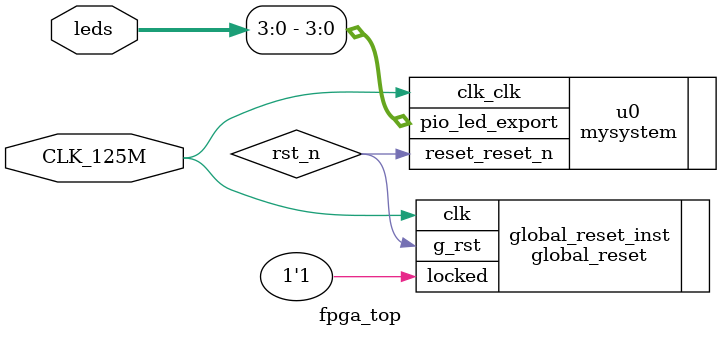
<source format=v>
module fpga_top(

    input   wire        CLK_125M     ,
    //input   wire        rst_n       ,
    inout  wire [7:0]  leds     

);
wire rst_n;
global_reset#(
    .rst_num     (8'd10),
    .rst_type    (1'd0 )                 //复位模式 0：低有效  1：高有效
)global_reset_inst
(
	.clk    (CLK_125M   ),
	.locked (1'b1       ),
	.g_rst  (rst_n      )
);

    
    mysystem u0 (
        .clk_clk        (CLK_125M   ),  //  clk.clk
        .reset_reset_n  (rst_n      ),  //  reset.reset_n
        .pio_led_export (leds[3:0]  )   //  pio_led.export
    );

    
    
endmodule

</source>
